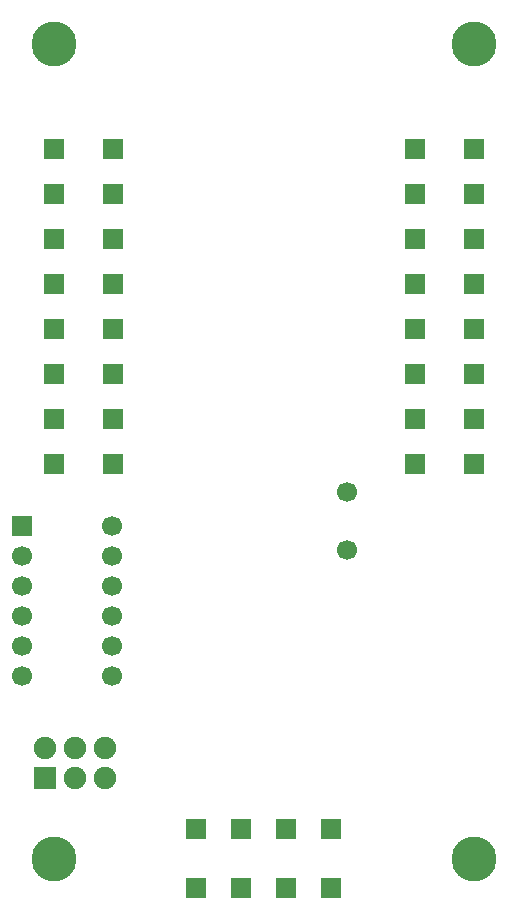
<source format=gbs>
%FSLAX44Y44*%
%MOMM*%
G71*
G01*
G75*
G04 Layer_Color=16711935*
%ADD10R,2.3000X0.6000*%
%ADD11R,1.0000X0.9500*%
%ADD12R,1.1000X0.9500*%
%ADD13R,0.9500X1.0000*%
%ADD14R,0.6000X2.2000*%
%ADD15R,0.9500X1.1000*%
%ADD16R,4.6500X2.3000*%
%ADD17R,0.9000X1.0000*%
%ADD18R,1.1000X1.3500*%
%ADD19R,1.6000X3.0000*%
%ADD20R,6.7000X6.7000*%
%ADD21R,1.9500X1.2500*%
%ADD22R,0.5500X1.7500*%
%ADD23R,1.7500X0.5500*%
%ADD24R,1.6000X1.8000*%
%ADD25R,1.0000X0.9000*%
%ADD26C,0.3000*%
%ADD27C,0.5000*%
%ADD28C,1.0000*%
%ADD29C,3.6000*%
%ADD30C,1.5000*%
%ADD31R,1.5000X1.5000*%
%ADD32C,1.7000*%
%ADD33R,1.7000X1.7000*%
%ADD34R,1.6000X1.6000*%
%ADD35R,1.6000X1.6000*%
%ADD36C,0.8000*%
%ADD37C,0.2000*%
%ADD38C,0.2500*%
%ADD39C,0.6000*%
%ADD40C,0.1000*%
%ADD41C,0.0508*%
%ADD42R,2.5000X0.8000*%
%ADD43R,1.2000X1.1500*%
%ADD44R,1.3000X1.1500*%
%ADD45R,1.1500X1.2000*%
%ADD46R,0.8000X2.4000*%
%ADD47R,1.1500X1.3000*%
%ADD48R,4.8500X2.5000*%
%ADD49R,1.1000X1.2000*%
%ADD50R,1.3000X1.5500*%
%ADD51R,1.8000X3.2000*%
%ADD52R,6.9000X6.9000*%
%ADD53R,2.1500X1.4500*%
%ADD54R,0.7500X1.9500*%
%ADD55R,1.9500X0.7500*%
%ADD56R,1.8000X2.0000*%
%ADD57R,1.2000X1.1000*%
%ADD58C,3.8000*%
%ADD59C,1.9000*%
%ADD60R,1.9000X1.9000*%
%ADD61R,1.8000X1.8000*%
%ADD62R,1.8000X1.8000*%
%ADD63C,1.0000*%
D32*
X111598Y296301D02*
D03*
Y270900D02*
D03*
Y245501D02*
D03*
X35398D02*
D03*
Y270900D02*
D03*
Y321701D02*
D03*
Y296301D02*
D03*
X111598Y321701D02*
D03*
Y372500D02*
D03*
X35398Y347100D02*
D03*
X111598D02*
D03*
X310498Y351851D02*
D03*
Y400651D02*
D03*
D33*
X35398Y372500D02*
D03*
D58*
X62000Y780250D02*
D03*
X418000D02*
D03*
X417998Y90000D02*
D03*
X61998D02*
D03*
D59*
X105200Y184400D02*
D03*
Y159000D02*
D03*
X54400Y184400D02*
D03*
X79800D02*
D03*
Y159000D02*
D03*
D60*
X54400D02*
D03*
D61*
X111998Y424250D02*
D03*
X61998D02*
D03*
X111998Y462350D02*
D03*
X61998D02*
D03*
X111998Y500450D02*
D03*
X61998D02*
D03*
X111998Y538550D02*
D03*
X61998D02*
D03*
X111998Y576650D02*
D03*
X61998D02*
D03*
X111998Y614750D02*
D03*
X61998D02*
D03*
X111998Y652850D02*
D03*
X61998D02*
D03*
X111998Y690950D02*
D03*
X61998D02*
D03*
X367998Y690950D02*
D03*
X417998D02*
D03*
X367998Y652850D02*
D03*
X417998D02*
D03*
X367998Y614750D02*
D03*
X417998D02*
D03*
X367998Y576650D02*
D03*
X417998D02*
D03*
X367998Y538550D02*
D03*
X417998D02*
D03*
X367998Y500450D02*
D03*
X417998D02*
D03*
X367998Y462350D02*
D03*
X417998D02*
D03*
X367998Y424250D02*
D03*
X417998D02*
D03*
D62*
X296949Y115250D02*
D03*
Y65250D02*
D03*
X258849Y115250D02*
D03*
Y65250D02*
D03*
X220749Y115250D02*
D03*
Y65250D02*
D03*
X182649Y115250D02*
D03*
Y65250D02*
D03*
M02*

</source>
